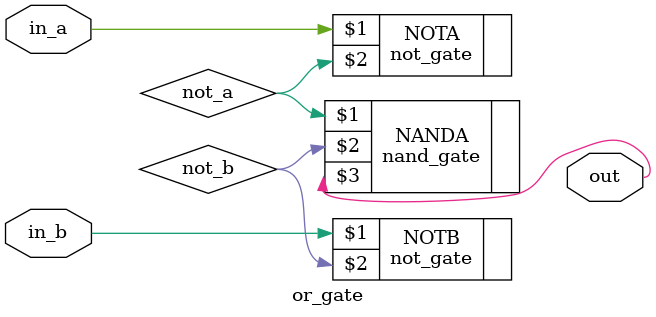
<source format=v>
module or_gate (input in_a,
                input in_b,
                output out);
    wire not_a, not_b;
    not_gate NOTA (in_a, not_a);
    not_gate NOTB (in_b, not_b);
    nand_gate NANDA (not_a, not_b, out);
endmodule

</source>
